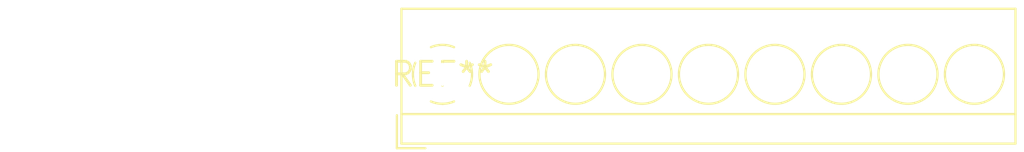
<source format=kicad_pcb>
(kicad_pcb (version 20240108) (generator pcbnew)
  (layers (0 "F.Cu" signal) (31 "B.Cu" signal) (34 "B.Paste" user) (35 "F.Paste" user) (36 "B.SilkS" user "B.Silkscreen") (37 "F.SilkS" user "F.Silkscreen") (38 "B.Mask" user) (39 "F.Mask" user) (44 "Edge.Cuts" user))
  (net 0 "")
  (footprint "TerminalBlock_4Ucon_1x09_P3.50mm_Horizontal" (layer "F.Cu") (at 0 0)
    (property "Reference" "REF**")
    (property "Value" "TerminalBlock_4Ucon_1x09_P3.50mm_Horizontal")
    (fp_line (start -2.4 2.16) (end -2.4 3.9) (layer "F.SilkS") (stroke (width 0.12)))
    (fp_line (start -2.4 3.9) (end -0.9 3.9) (layer "F.SilkS") (stroke (width 0.12)))
    (fp_line (start -2.16 -3.46) (end -2.16 3.66) (layer "F.SilkS") (stroke (width 0.12)))
    (fp_line (start -2.16 -3.46) (end 30.16 -3.46) (layer "F.SilkS") (stroke (width 0.12)))
    (fp_line (start -2.16 2.1) (end 30.16 2.1) (layer "F.SilkS") (stroke (width 0.12)))
    (fp_line (start -2.16 3.66) (end 30.16 3.66) (layer "F.SilkS") (stroke (width 0.12)))
    (fp_line (start 30.16 -3.46) (end 30.16 3.66) (layer "F.SilkS") (stroke (width 0.12)))
    (fp_arc (start -1.432109 0.607742) (mid -1.555727 -0.00014) (end -1.432 -0.608) (layer "F.SilkS") (stroke (width 0.12)))
    (fp_arc (start -0.607742 -1.432109) (mid 0.00014 -1.555727) (end 0.608 -1.432) (layer "F.SilkS") (stroke (width 0.12)))
    (fp_arc (start 0.027011 1.555493) (mid -0.296984 1.527118) (end -0.608 1.432) (layer "F.SilkS") (stroke (width 0.12)))
    (fp_arc (start 0.607587 1.431385) (mid 0.310017 1.523783) (end 0 1.555) (layer "F.SilkS") (stroke (width 0.12)))
    (fp_arc (start 1.432109 -0.607742) (mid 1.555727 0.00014) (end 1.432 0.608) (layer "F.SilkS") (stroke (width 0.12)))
    (fp_circle (center 3.5 0) (end 5.055 0) (layer "F.SilkS") (stroke (width 0.12)) (fill none))
    (fp_circle (center 7 0) (end 8.555 0) (layer "F.SilkS") (stroke (width 0.12)) (fill none))
    (fp_circle (center 10.5 0) (end 12.055 0) (layer "F.SilkS") (stroke (width 0.12)) (fill none))
    (fp_circle (center 14 0) (end 15.555 0) (layer "F.SilkS") (stroke (width 0.12)) (fill none))
    (fp_circle (center 17.5 0) (end 19.055 0) (layer "F.SilkS") (stroke (width 0.12)) (fill none))
    (fp_circle (center 21 0) (end 22.555 0) (layer "F.SilkS") (stroke (width 0.12)) (fill none))
    (fp_circle (center 24.5 0) (end 26.055 0) (layer "F.SilkS") (stroke (width 0.12)) (fill none))
    (fp_circle (center 28 0) (end 29.555 0) (layer "F.SilkS") (stroke (width 0.12)) (fill none))
    (pad "1" thru_hole rect (at 0 0) (size 2.4 2.4) (drill 1.2) (layers *.Cu *.Mask) (remove_unused_layers))
    (pad "2" thru_hole circle (at 3.5 0) (size 2.4 2.4) (drill 1.2) (layers *.Cu *.Mask) (remove_unused_layers))
    (pad "3" thru_hole circle (at 7 0) (size 2.4 2.4) (drill 1.2) (layers *.Cu *.Mask) (remove_unused_layers))
    (pad "4" thru_hole circle (at 10.5 0) (size 2.4 2.4) (drill 1.2) (layers *.Cu *.Mask) (remove_unused_layers))
    (pad "5" thru_hole circle (at 14 0) (size 2.4 2.4) (drill 1.2) (layers *.Cu *.Mask) (remove_unused_layers))
    (pad "6" thru_hole circle (at 17.5 0) (size 2.4 2.4) (drill 1.2) (layers *.Cu *.Mask) (remove_unused_layers))
    (pad "7" thru_hole circle (at 21 0) (size 2.4 2.4) (drill 1.2) (layers *.Cu *.Mask) (remove_unused_layers))
    (pad "8" thru_hole circle (at 24.5 0) (size 2.4 2.4) (drill 1.2) (layers *.Cu *.Mask) (remove_unused_layers))
    (pad "9" thru_hole circle (at 28 0) (size 2.4 2.4) (drill 1.2) (layers *.Cu *.Mask) (remove_unused_layers))
  )
)
</source>
